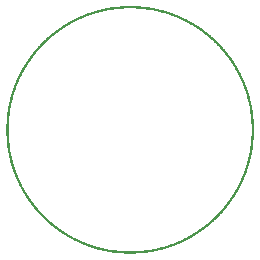
<source format=gbo>
G04 MADE WITH FRITZING*
G04 WWW.FRITZING.ORG*
G04 DOUBLE SIDED*
G04 HOLES PLATED*
G04 CONTOUR ON CENTER OF CONTOUR VECTOR*
%ASAXBY*%
%FSLAX23Y23*%
%MOIN*%
%OFA0B0*%
%SFA1.0B1.0*%
%ADD10R,0.001000X0.001000*%
%LNSILK0*%
G90*
G70*
G54D10*
X394Y826D02*
X433Y826D01*
X379Y825D02*
X448Y825D01*
X369Y824D02*
X458Y824D01*
X360Y823D02*
X467Y823D01*
X353Y822D02*
X474Y822D01*
X347Y821D02*
X480Y821D01*
X341Y820D02*
X486Y820D01*
X336Y819D02*
X491Y819D01*
X330Y818D02*
X393Y818D01*
X434Y818D02*
X497Y818D01*
X326Y817D02*
X378Y817D01*
X449Y817D02*
X501Y817D01*
X321Y816D02*
X368Y816D01*
X459Y816D02*
X506Y816D01*
X317Y815D02*
X359Y815D01*
X468Y815D02*
X510Y815D01*
X313Y814D02*
X352Y814D01*
X475Y814D02*
X514Y814D01*
X309Y813D02*
X346Y813D01*
X481Y813D02*
X518Y813D01*
X305Y812D02*
X340Y812D01*
X487Y812D02*
X522Y812D01*
X302Y811D02*
X335Y811D01*
X492Y811D02*
X525Y811D01*
X298Y810D02*
X330Y810D01*
X497Y810D02*
X529Y810D01*
X295Y809D02*
X325Y809D01*
X502Y809D02*
X532Y809D01*
X292Y808D02*
X321Y808D01*
X506Y808D02*
X535Y808D01*
X289Y807D02*
X317Y807D01*
X510Y807D02*
X538Y807D01*
X285Y806D02*
X313Y806D01*
X514Y806D02*
X542Y806D01*
X282Y805D02*
X309Y805D01*
X518Y805D02*
X545Y805D01*
X279Y804D02*
X305Y804D01*
X522Y804D02*
X548Y804D01*
X277Y803D02*
X301Y803D01*
X526Y803D02*
X550Y803D01*
X274Y802D02*
X298Y802D01*
X529Y802D02*
X553Y802D01*
X271Y801D02*
X295Y801D01*
X532Y801D02*
X556Y801D01*
X268Y800D02*
X291Y800D01*
X536Y800D02*
X559Y800D01*
X266Y799D02*
X288Y799D01*
X539Y799D02*
X561Y799D01*
X263Y798D02*
X285Y798D01*
X542Y798D02*
X564Y798D01*
X261Y797D02*
X282Y797D01*
X545Y797D02*
X566Y797D01*
X258Y796D02*
X279Y796D01*
X548Y796D02*
X569Y796D01*
X256Y795D02*
X277Y795D01*
X550Y795D02*
X571Y795D01*
X253Y794D02*
X274Y794D01*
X553Y794D02*
X574Y794D01*
X251Y793D02*
X271Y793D01*
X556Y793D02*
X576Y793D01*
X249Y792D02*
X268Y792D01*
X559Y792D02*
X578Y792D01*
X247Y791D02*
X266Y791D01*
X561Y791D02*
X580Y791D01*
X244Y790D02*
X263Y790D01*
X564Y790D02*
X583Y790D01*
X242Y789D02*
X261Y789D01*
X566Y789D02*
X585Y789D01*
X240Y788D02*
X258Y788D01*
X569Y788D02*
X587Y788D01*
X238Y787D02*
X256Y787D01*
X571Y787D02*
X589Y787D01*
X236Y786D02*
X254Y786D01*
X573Y786D02*
X591Y786D01*
X234Y785D02*
X251Y785D01*
X576Y785D02*
X593Y785D01*
X232Y784D02*
X249Y784D01*
X578Y784D02*
X595Y784D01*
X230Y783D02*
X247Y783D01*
X580Y783D02*
X597Y783D01*
X228Y782D02*
X245Y782D01*
X582Y782D02*
X599Y782D01*
X226Y781D02*
X243Y781D01*
X584Y781D02*
X601Y781D01*
X224Y780D02*
X240Y780D01*
X587Y780D02*
X603Y780D01*
X222Y779D02*
X238Y779D01*
X589Y779D02*
X605Y779D01*
X220Y778D02*
X236Y778D01*
X591Y778D02*
X607Y778D01*
X218Y777D02*
X234Y777D01*
X593Y777D02*
X609Y777D01*
X216Y776D02*
X232Y776D01*
X595Y776D02*
X611Y776D01*
X214Y775D02*
X230Y775D01*
X597Y775D02*
X613Y775D01*
X213Y774D02*
X228Y774D01*
X599Y774D02*
X614Y774D01*
X211Y773D02*
X226Y773D01*
X601Y773D02*
X616Y773D01*
X209Y772D02*
X224Y772D01*
X603Y772D02*
X618Y772D01*
X207Y771D02*
X222Y771D01*
X605Y771D02*
X620Y771D01*
X206Y770D02*
X221Y770D01*
X606Y770D02*
X621Y770D01*
X204Y769D02*
X219Y769D01*
X608Y769D02*
X623Y769D01*
X202Y768D02*
X217Y768D01*
X610Y768D02*
X625Y768D01*
X200Y767D02*
X215Y767D01*
X612Y767D02*
X627Y767D01*
X199Y766D02*
X214Y766D01*
X613Y766D02*
X628Y766D01*
X197Y765D02*
X212Y765D01*
X615Y765D02*
X630Y765D01*
X196Y764D02*
X210Y764D01*
X617Y764D02*
X631Y764D01*
X194Y763D02*
X208Y763D01*
X619Y763D02*
X633Y763D01*
X193Y762D02*
X207Y762D01*
X620Y762D02*
X634Y762D01*
X191Y761D02*
X205Y761D01*
X622Y761D02*
X636Y761D01*
X189Y760D02*
X203Y760D01*
X624Y760D02*
X638Y760D01*
X188Y759D02*
X202Y759D01*
X625Y759D02*
X639Y759D01*
X186Y758D02*
X200Y758D01*
X627Y758D02*
X641Y758D01*
X185Y757D02*
X198Y757D01*
X629Y757D02*
X642Y757D01*
X183Y756D02*
X197Y756D01*
X630Y756D02*
X644Y756D01*
X182Y755D02*
X195Y755D01*
X632Y755D02*
X645Y755D01*
X180Y754D02*
X194Y754D01*
X633Y754D02*
X647Y754D01*
X179Y753D02*
X192Y753D01*
X635Y753D02*
X648Y753D01*
X178Y752D02*
X191Y752D01*
X636Y752D02*
X649Y752D01*
X176Y751D02*
X189Y751D01*
X638Y751D02*
X651Y751D01*
X175Y750D02*
X188Y750D01*
X639Y750D02*
X652Y750D01*
X173Y749D02*
X186Y749D01*
X641Y749D02*
X654Y749D01*
X172Y748D02*
X185Y748D01*
X642Y748D02*
X655Y748D01*
X171Y747D02*
X183Y747D01*
X644Y747D02*
X656Y747D01*
X169Y746D02*
X182Y746D01*
X645Y746D02*
X658Y746D01*
X168Y745D02*
X180Y745D01*
X647Y745D02*
X659Y745D01*
X166Y744D02*
X179Y744D01*
X648Y744D02*
X661Y744D01*
X165Y743D02*
X178Y743D01*
X649Y743D02*
X662Y743D01*
X164Y742D02*
X176Y742D01*
X651Y742D02*
X663Y742D01*
X163Y741D02*
X175Y741D01*
X652Y741D02*
X664Y741D01*
X161Y740D02*
X173Y740D01*
X654Y740D02*
X666Y740D01*
X160Y739D02*
X172Y739D01*
X655Y739D02*
X667Y739D01*
X159Y738D02*
X171Y738D01*
X656Y738D02*
X668Y738D01*
X157Y737D02*
X169Y737D01*
X658Y737D02*
X670Y737D01*
X156Y736D02*
X168Y736D01*
X659Y736D02*
X671Y736D01*
X155Y735D02*
X167Y735D01*
X660Y735D02*
X672Y735D01*
X154Y734D02*
X165Y734D01*
X662Y734D02*
X673Y734D01*
X152Y733D02*
X164Y733D01*
X663Y733D02*
X675Y733D01*
X151Y732D02*
X163Y732D01*
X664Y732D02*
X676Y732D01*
X150Y731D02*
X162Y731D01*
X665Y731D02*
X677Y731D01*
X149Y730D02*
X160Y730D01*
X667Y730D02*
X678Y730D01*
X148Y729D02*
X159Y729D01*
X668Y729D02*
X679Y729D01*
X146Y728D02*
X158Y728D01*
X669Y728D02*
X681Y728D01*
X145Y727D02*
X157Y727D01*
X670Y727D02*
X682Y727D01*
X144Y726D02*
X155Y726D01*
X672Y726D02*
X683Y726D01*
X143Y725D02*
X154Y725D01*
X673Y725D02*
X684Y725D01*
X142Y724D02*
X153Y724D01*
X674Y724D02*
X685Y724D01*
X141Y723D02*
X152Y723D01*
X675Y723D02*
X686Y723D01*
X140Y722D02*
X151Y722D01*
X676Y722D02*
X687Y722D01*
X138Y721D02*
X150Y721D01*
X677Y721D02*
X689Y721D01*
X137Y720D02*
X148Y720D01*
X679Y720D02*
X690Y720D01*
X136Y719D02*
X147Y719D01*
X680Y719D02*
X691Y719D01*
X135Y718D02*
X146Y718D01*
X681Y718D02*
X692Y718D01*
X134Y717D02*
X145Y717D01*
X682Y717D02*
X693Y717D01*
X133Y716D02*
X144Y716D01*
X683Y716D02*
X694Y716D01*
X132Y715D02*
X143Y715D01*
X684Y715D02*
X695Y715D01*
X131Y714D02*
X141Y714D01*
X686Y714D02*
X696Y714D01*
X130Y713D02*
X140Y713D01*
X687Y713D02*
X697Y713D01*
X129Y712D02*
X139Y712D01*
X688Y712D02*
X698Y712D01*
X128Y711D02*
X138Y711D01*
X689Y711D02*
X699Y711D01*
X127Y710D02*
X137Y710D01*
X690Y710D02*
X700Y710D01*
X126Y709D02*
X136Y709D01*
X691Y709D02*
X701Y709D01*
X125Y708D02*
X135Y708D01*
X692Y708D02*
X702Y708D01*
X124Y707D02*
X134Y707D01*
X693Y707D02*
X703Y707D01*
X122Y706D02*
X133Y706D01*
X694Y706D02*
X705Y706D01*
X121Y705D02*
X132Y705D01*
X695Y705D02*
X706Y705D01*
X121Y704D02*
X131Y704D01*
X696Y704D02*
X706Y704D01*
X120Y703D02*
X130Y703D01*
X697Y703D02*
X707Y703D01*
X119Y702D02*
X129Y702D01*
X698Y702D02*
X708Y702D01*
X118Y701D02*
X128Y701D01*
X699Y701D02*
X709Y701D01*
X117Y700D02*
X127Y700D01*
X700Y700D02*
X710Y700D01*
X116Y699D02*
X126Y699D01*
X701Y699D02*
X711Y699D01*
X115Y698D02*
X125Y698D01*
X702Y698D02*
X712Y698D01*
X114Y697D02*
X124Y697D01*
X703Y697D02*
X713Y697D01*
X113Y696D02*
X123Y696D01*
X704Y696D02*
X714Y696D01*
X112Y695D02*
X122Y695D01*
X705Y695D02*
X715Y695D01*
X111Y694D02*
X121Y694D01*
X706Y694D02*
X716Y694D01*
X110Y693D02*
X120Y693D01*
X707Y693D02*
X717Y693D01*
X109Y692D02*
X119Y692D01*
X708Y692D02*
X718Y692D01*
X108Y691D02*
X118Y691D01*
X709Y691D02*
X719Y691D01*
X107Y690D02*
X117Y690D01*
X710Y690D02*
X720Y690D01*
X106Y689D02*
X116Y689D01*
X711Y689D02*
X721Y689D01*
X106Y688D02*
X115Y688D01*
X712Y688D02*
X721Y688D01*
X105Y687D02*
X114Y687D01*
X713Y687D02*
X722Y687D01*
X104Y686D02*
X113Y686D01*
X714Y686D02*
X723Y686D01*
X103Y685D02*
X112Y685D01*
X715Y685D02*
X724Y685D01*
X102Y684D02*
X112Y684D01*
X715Y684D02*
X725Y684D01*
X101Y683D02*
X111Y683D01*
X716Y683D02*
X726Y683D01*
X100Y682D02*
X110Y682D01*
X717Y682D02*
X727Y682D01*
X99Y681D02*
X109Y681D01*
X718Y681D02*
X728Y681D01*
X99Y680D02*
X108Y680D01*
X719Y680D02*
X728Y680D01*
X98Y679D02*
X107Y679D01*
X720Y679D02*
X729Y679D01*
X97Y678D02*
X106Y678D01*
X721Y678D02*
X730Y678D01*
X96Y677D02*
X106Y677D01*
X721Y677D02*
X731Y677D01*
X95Y676D02*
X105Y676D01*
X722Y676D02*
X732Y676D01*
X94Y675D02*
X104Y675D01*
X723Y675D02*
X733Y675D01*
X94Y674D02*
X103Y674D01*
X724Y674D02*
X733Y674D01*
X93Y673D02*
X102Y673D01*
X725Y673D02*
X734Y673D01*
X92Y672D02*
X101Y672D01*
X726Y672D02*
X735Y672D01*
X91Y671D02*
X100Y671D01*
X727Y671D02*
X736Y671D01*
X90Y670D02*
X100Y670D01*
X727Y670D02*
X737Y670D01*
X90Y669D02*
X99Y669D01*
X728Y669D02*
X737Y669D01*
X89Y668D02*
X98Y668D01*
X729Y668D02*
X738Y668D01*
X88Y667D02*
X97Y667D01*
X730Y667D02*
X739Y667D01*
X87Y666D02*
X96Y666D01*
X731Y666D02*
X740Y666D01*
X87Y665D02*
X96Y665D01*
X731Y665D02*
X740Y665D01*
X86Y664D02*
X95Y664D01*
X732Y664D02*
X741Y664D01*
X85Y663D02*
X94Y663D01*
X733Y663D02*
X742Y663D01*
X84Y662D02*
X93Y662D01*
X734Y662D02*
X743Y662D01*
X83Y661D02*
X92Y661D01*
X735Y661D02*
X744Y661D01*
X83Y660D02*
X92Y660D01*
X735Y660D02*
X744Y660D01*
X82Y659D02*
X91Y659D01*
X736Y659D02*
X745Y659D01*
X81Y658D02*
X90Y658D01*
X737Y658D02*
X746Y658D01*
X81Y657D02*
X89Y657D01*
X738Y657D02*
X746Y657D01*
X80Y656D02*
X89Y656D01*
X738Y656D02*
X747Y656D01*
X79Y655D02*
X88Y655D01*
X739Y655D02*
X748Y655D01*
X78Y654D02*
X87Y654D01*
X740Y654D02*
X749Y654D01*
X78Y653D02*
X86Y653D01*
X741Y653D02*
X749Y653D01*
X77Y652D02*
X86Y652D01*
X741Y652D02*
X750Y652D01*
X76Y651D02*
X85Y651D01*
X742Y651D02*
X751Y651D01*
X76Y650D02*
X84Y650D01*
X743Y650D02*
X751Y650D01*
X75Y649D02*
X84Y649D01*
X743Y649D02*
X752Y649D01*
X74Y648D02*
X83Y648D01*
X744Y648D02*
X753Y648D01*
X73Y647D02*
X82Y647D01*
X745Y647D02*
X754Y647D01*
X73Y646D02*
X81Y646D01*
X746Y646D02*
X754Y646D01*
X72Y645D02*
X81Y645D01*
X746Y645D02*
X755Y645D01*
X71Y644D02*
X80Y644D01*
X747Y644D02*
X756Y644D01*
X71Y643D02*
X79Y643D01*
X748Y643D02*
X756Y643D01*
X70Y642D02*
X79Y642D01*
X748Y642D02*
X757Y642D01*
X69Y641D02*
X78Y641D01*
X749Y641D02*
X758Y641D01*
X69Y640D02*
X77Y640D01*
X750Y640D02*
X758Y640D01*
X68Y639D02*
X77Y639D01*
X750Y639D02*
X759Y639D01*
X67Y638D02*
X76Y638D01*
X751Y638D02*
X760Y638D01*
X67Y637D02*
X75Y637D01*
X752Y637D02*
X760Y637D01*
X66Y636D02*
X75Y636D01*
X752Y636D02*
X761Y636D01*
X66Y635D02*
X74Y635D01*
X753Y635D02*
X761Y635D01*
X65Y634D02*
X73Y634D01*
X754Y634D02*
X762Y634D01*
X64Y633D02*
X73Y633D01*
X754Y633D02*
X763Y633D01*
X64Y632D02*
X72Y632D01*
X755Y632D02*
X763Y632D01*
X63Y631D02*
X71Y631D01*
X756Y631D02*
X764Y631D01*
X62Y630D02*
X71Y630D01*
X756Y630D02*
X765Y630D01*
X62Y629D02*
X70Y629D01*
X757Y629D02*
X765Y629D01*
X61Y628D02*
X69Y628D01*
X758Y628D02*
X766Y628D01*
X60Y627D02*
X69Y627D01*
X758Y627D02*
X767Y627D01*
X60Y626D02*
X68Y626D01*
X759Y626D02*
X767Y626D01*
X59Y625D02*
X68Y625D01*
X759Y625D02*
X768Y625D01*
X59Y624D02*
X67Y624D01*
X760Y624D02*
X768Y624D01*
X58Y623D02*
X66Y623D01*
X761Y623D02*
X769Y623D01*
X58Y622D02*
X66Y622D01*
X761Y622D02*
X769Y622D01*
X57Y621D02*
X65Y621D01*
X762Y621D02*
X770Y621D01*
X56Y620D02*
X65Y620D01*
X762Y620D02*
X771Y620D01*
X56Y619D02*
X64Y619D01*
X763Y619D02*
X771Y619D01*
X55Y618D02*
X63Y618D01*
X764Y618D02*
X772Y618D01*
X55Y617D02*
X63Y617D01*
X764Y617D02*
X772Y617D01*
X54Y616D02*
X62Y616D01*
X765Y616D02*
X773Y616D01*
X54Y615D02*
X62Y615D01*
X765Y615D02*
X773Y615D01*
X53Y614D02*
X61Y614D01*
X766Y614D02*
X774Y614D01*
X52Y613D02*
X61Y613D01*
X766Y613D02*
X775Y613D01*
X52Y612D02*
X60Y612D01*
X767Y612D02*
X775Y612D01*
X51Y611D02*
X59Y611D01*
X768Y611D02*
X776Y611D01*
X51Y610D02*
X59Y610D01*
X768Y610D02*
X776Y610D01*
X50Y609D02*
X58Y609D01*
X769Y609D02*
X777Y609D01*
X50Y608D02*
X58Y608D01*
X769Y608D02*
X777Y608D01*
X49Y607D02*
X57Y607D01*
X770Y607D02*
X778Y607D01*
X49Y606D02*
X57Y606D01*
X770Y606D02*
X778Y606D01*
X48Y605D02*
X56Y605D01*
X771Y605D02*
X779Y605D01*
X48Y604D02*
X55Y604D01*
X772Y604D02*
X779Y604D01*
X47Y603D02*
X55Y603D01*
X772Y603D02*
X780Y603D01*
X47Y602D02*
X54Y602D01*
X773Y602D02*
X780Y602D01*
X46Y601D02*
X54Y601D01*
X773Y601D02*
X781Y601D01*
X46Y600D02*
X53Y600D01*
X774Y600D02*
X781Y600D01*
X45Y599D02*
X53Y599D01*
X774Y599D02*
X782Y599D01*
X45Y598D02*
X52Y598D01*
X775Y598D02*
X782Y598D01*
X44Y597D02*
X52Y597D01*
X775Y597D02*
X783Y597D01*
X44Y596D02*
X51Y596D01*
X776Y596D02*
X783Y596D01*
X43Y595D02*
X51Y595D01*
X776Y595D02*
X784Y595D01*
X43Y594D02*
X50Y594D01*
X777Y594D02*
X784Y594D01*
X42Y593D02*
X50Y593D01*
X777Y593D02*
X785Y593D01*
X42Y592D02*
X49Y592D01*
X778Y592D02*
X785Y592D01*
X41Y591D02*
X49Y591D01*
X778Y591D02*
X786Y591D01*
X41Y590D02*
X48Y590D01*
X779Y590D02*
X786Y590D01*
X40Y589D02*
X48Y589D01*
X779Y589D02*
X787Y589D01*
X40Y588D02*
X47Y588D01*
X780Y588D02*
X787Y588D01*
X39Y587D02*
X47Y587D01*
X780Y587D02*
X788Y587D01*
X39Y586D02*
X46Y586D01*
X781Y586D02*
X788Y586D01*
X38Y585D02*
X46Y585D01*
X781Y585D02*
X789Y585D01*
X38Y584D02*
X46Y584D01*
X781Y584D02*
X789Y584D01*
X37Y583D02*
X45Y583D01*
X782Y583D02*
X790Y583D01*
X37Y582D02*
X45Y582D01*
X782Y582D02*
X790Y582D01*
X37Y581D02*
X44Y581D01*
X783Y581D02*
X790Y581D01*
X36Y580D02*
X44Y580D01*
X783Y580D02*
X791Y580D01*
X36Y579D02*
X43Y579D01*
X784Y579D02*
X791Y579D01*
X35Y578D02*
X43Y578D01*
X784Y578D02*
X792Y578D01*
X35Y577D02*
X42Y577D01*
X785Y577D02*
X792Y577D01*
X34Y576D02*
X42Y576D01*
X785Y576D02*
X793Y576D01*
X34Y575D02*
X41Y575D01*
X786Y575D02*
X793Y575D01*
X33Y574D02*
X41Y574D01*
X786Y574D02*
X794Y574D01*
X33Y573D02*
X41Y573D01*
X786Y573D02*
X794Y573D01*
X33Y572D02*
X40Y572D01*
X787Y572D02*
X794Y572D01*
X32Y571D02*
X40Y571D01*
X787Y571D02*
X795Y571D01*
X32Y570D02*
X39Y570D01*
X788Y570D02*
X795Y570D01*
X31Y569D02*
X39Y569D01*
X788Y569D02*
X796Y569D01*
X31Y568D02*
X38Y568D01*
X789Y568D02*
X796Y568D01*
X31Y567D02*
X38Y567D01*
X789Y567D02*
X796Y567D01*
X30Y566D02*
X38Y566D01*
X789Y566D02*
X797Y566D01*
X30Y565D02*
X37Y565D01*
X790Y565D02*
X797Y565D01*
X29Y564D02*
X37Y564D01*
X790Y564D02*
X798Y564D01*
X29Y563D02*
X36Y563D01*
X791Y563D02*
X798Y563D01*
X29Y562D02*
X36Y562D01*
X791Y562D02*
X798Y562D01*
X28Y561D02*
X36Y561D01*
X791Y561D02*
X799Y561D01*
X28Y560D02*
X35Y560D01*
X792Y560D02*
X799Y560D01*
X27Y559D02*
X35Y559D01*
X792Y559D02*
X800Y559D01*
X27Y558D02*
X34Y558D01*
X793Y558D02*
X800Y558D01*
X27Y557D02*
X34Y557D01*
X793Y557D02*
X800Y557D01*
X26Y556D02*
X34Y556D01*
X793Y556D02*
X801Y556D01*
X26Y555D02*
X33Y555D01*
X794Y555D02*
X801Y555D01*
X26Y554D02*
X33Y554D01*
X794Y554D02*
X801Y554D01*
X25Y553D02*
X33Y553D01*
X794Y553D02*
X802Y553D01*
X25Y552D02*
X32Y552D01*
X795Y552D02*
X802Y552D01*
X25Y551D02*
X32Y551D01*
X795Y551D02*
X802Y551D01*
X24Y550D02*
X32Y550D01*
X795Y550D02*
X803Y550D01*
X24Y549D02*
X31Y549D01*
X796Y549D02*
X803Y549D01*
X23Y548D02*
X31Y548D01*
X796Y548D02*
X803Y548D01*
X23Y547D02*
X30Y547D01*
X797Y547D02*
X804Y547D01*
X23Y546D02*
X30Y546D01*
X797Y546D02*
X804Y546D01*
X22Y545D02*
X30Y545D01*
X797Y545D02*
X805Y545D01*
X22Y544D02*
X29Y544D01*
X798Y544D02*
X805Y544D01*
X22Y543D02*
X29Y543D01*
X798Y543D02*
X805Y543D01*
X21Y542D02*
X29Y542D01*
X798Y542D02*
X806Y542D01*
X21Y541D02*
X28Y541D01*
X799Y541D02*
X806Y541D01*
X21Y540D02*
X28Y540D01*
X799Y540D02*
X806Y540D01*
X21Y539D02*
X28Y539D01*
X799Y539D02*
X806Y539D01*
X20Y538D02*
X27Y538D01*
X800Y538D02*
X807Y538D01*
X20Y537D02*
X27Y537D01*
X800Y537D02*
X807Y537D01*
X20Y536D02*
X27Y536D01*
X800Y536D02*
X807Y536D01*
X19Y535D02*
X26Y535D01*
X801Y535D02*
X808Y535D01*
X19Y534D02*
X26Y534D01*
X801Y534D02*
X808Y534D01*
X19Y533D02*
X26Y533D01*
X801Y533D02*
X808Y533D01*
X18Y532D02*
X26Y532D01*
X801Y532D02*
X809Y532D01*
X18Y531D02*
X25Y531D01*
X802Y531D02*
X809Y531D01*
X18Y530D02*
X25Y530D01*
X802Y530D02*
X809Y530D01*
X17Y529D02*
X25Y529D01*
X802Y529D02*
X810Y529D01*
X17Y528D02*
X24Y528D01*
X803Y528D02*
X810Y528D01*
X17Y527D02*
X24Y527D01*
X803Y527D02*
X810Y527D01*
X17Y526D02*
X24Y526D01*
X803Y526D02*
X810Y526D01*
X16Y525D02*
X23Y525D01*
X804Y525D02*
X811Y525D01*
X16Y524D02*
X23Y524D01*
X804Y524D02*
X811Y524D01*
X16Y523D02*
X23Y523D01*
X804Y523D02*
X811Y523D01*
X15Y522D02*
X23Y522D01*
X804Y522D02*
X812Y522D01*
X15Y521D02*
X22Y521D01*
X805Y521D02*
X812Y521D01*
X15Y520D02*
X22Y520D01*
X805Y520D02*
X812Y520D01*
X15Y519D02*
X22Y519D01*
X805Y519D02*
X812Y519D01*
X14Y518D02*
X22Y518D01*
X805Y518D02*
X813Y518D01*
X14Y517D02*
X21Y517D01*
X806Y517D02*
X813Y517D01*
X14Y516D02*
X21Y516D01*
X806Y516D02*
X813Y516D01*
X14Y515D02*
X21Y515D01*
X806Y515D02*
X813Y515D01*
X13Y514D02*
X21Y514D01*
X806Y514D02*
X814Y514D01*
X13Y513D02*
X20Y513D01*
X807Y513D02*
X814Y513D01*
X13Y512D02*
X20Y512D01*
X807Y512D02*
X814Y512D01*
X13Y511D02*
X20Y511D01*
X807Y511D02*
X814Y511D01*
X12Y510D02*
X20Y510D01*
X807Y510D02*
X815Y510D01*
X12Y509D02*
X19Y509D01*
X808Y509D02*
X815Y509D01*
X12Y508D02*
X19Y508D01*
X808Y508D02*
X815Y508D01*
X12Y507D02*
X19Y507D01*
X808Y507D02*
X815Y507D01*
X11Y506D02*
X19Y506D01*
X808Y506D02*
X816Y506D01*
X11Y505D02*
X18Y505D01*
X809Y505D02*
X816Y505D01*
X11Y504D02*
X18Y504D01*
X809Y504D02*
X816Y504D01*
X11Y503D02*
X18Y503D01*
X809Y503D02*
X816Y503D01*
X11Y502D02*
X18Y502D01*
X809Y502D02*
X816Y502D01*
X10Y501D02*
X17Y501D01*
X810Y501D02*
X817Y501D01*
X10Y500D02*
X17Y500D01*
X810Y500D02*
X817Y500D01*
X10Y499D02*
X17Y499D01*
X810Y499D02*
X817Y499D01*
X10Y498D02*
X17Y498D01*
X810Y498D02*
X817Y498D01*
X9Y497D02*
X17Y497D01*
X810Y497D02*
X818Y497D01*
X9Y496D02*
X16Y496D01*
X811Y496D02*
X818Y496D01*
X9Y495D02*
X16Y495D01*
X811Y495D02*
X818Y495D01*
X9Y494D02*
X16Y494D01*
X811Y494D02*
X818Y494D01*
X9Y493D02*
X16Y493D01*
X811Y493D02*
X818Y493D01*
X9Y492D02*
X16Y492D01*
X811Y492D02*
X818Y492D01*
X8Y491D02*
X15Y491D01*
X812Y491D02*
X819Y491D01*
X8Y490D02*
X15Y490D01*
X812Y490D02*
X819Y490D01*
X8Y489D02*
X15Y489D01*
X812Y489D02*
X819Y489D01*
X8Y488D02*
X15Y488D01*
X812Y488D02*
X819Y488D01*
X8Y487D02*
X15Y487D01*
X812Y487D02*
X819Y487D01*
X7Y486D02*
X14Y486D01*
X813Y486D02*
X820Y486D01*
X7Y485D02*
X14Y485D01*
X813Y485D02*
X820Y485D01*
X7Y484D02*
X14Y484D01*
X813Y484D02*
X820Y484D01*
X7Y483D02*
X14Y483D01*
X813Y483D02*
X820Y483D01*
X7Y482D02*
X14Y482D01*
X813Y482D02*
X820Y482D01*
X7Y481D02*
X14Y481D01*
X813Y481D02*
X820Y481D01*
X6Y480D02*
X13Y480D01*
X814Y480D02*
X821Y480D01*
X6Y479D02*
X13Y479D01*
X814Y479D02*
X821Y479D01*
X6Y478D02*
X13Y478D01*
X814Y478D02*
X821Y478D01*
X6Y477D02*
X13Y477D01*
X814Y477D02*
X821Y477D01*
X6Y476D02*
X13Y476D01*
X814Y476D02*
X821Y476D01*
X6Y475D02*
X13Y475D01*
X814Y475D02*
X821Y475D01*
X5Y474D02*
X12Y474D01*
X815Y474D02*
X822Y474D01*
X5Y473D02*
X12Y473D01*
X815Y473D02*
X822Y473D01*
X5Y472D02*
X12Y472D01*
X815Y472D02*
X822Y472D01*
X5Y471D02*
X12Y471D01*
X815Y471D02*
X822Y471D01*
X5Y470D02*
X12Y470D01*
X815Y470D02*
X822Y470D01*
X5Y469D02*
X12Y469D01*
X815Y469D02*
X822Y469D01*
X5Y468D02*
X12Y468D01*
X815Y468D02*
X822Y468D01*
X4Y467D02*
X11Y467D01*
X816Y467D02*
X823Y467D01*
X4Y466D02*
X11Y466D01*
X816Y466D02*
X823Y466D01*
X4Y465D02*
X11Y465D01*
X816Y465D02*
X823Y465D01*
X4Y464D02*
X11Y464D01*
X816Y464D02*
X823Y464D01*
X4Y463D02*
X11Y463D01*
X816Y463D02*
X823Y463D01*
X4Y462D02*
X11Y462D01*
X816Y462D02*
X823Y462D01*
X4Y461D02*
X11Y461D01*
X816Y461D02*
X823Y461D01*
X4Y460D02*
X11Y460D01*
X816Y460D02*
X823Y460D01*
X4Y459D02*
X11Y459D01*
X816Y459D02*
X823Y459D01*
X3Y458D02*
X10Y458D01*
X817Y458D02*
X824Y458D01*
X3Y457D02*
X10Y457D01*
X817Y457D02*
X824Y457D01*
X3Y456D02*
X10Y456D01*
X817Y456D02*
X824Y456D01*
X3Y455D02*
X10Y455D01*
X817Y455D02*
X824Y455D01*
X3Y454D02*
X10Y454D01*
X817Y454D02*
X824Y454D01*
X3Y453D02*
X10Y453D01*
X817Y453D02*
X824Y453D01*
X3Y452D02*
X10Y452D01*
X817Y452D02*
X824Y452D01*
X3Y451D02*
X10Y451D01*
X817Y451D02*
X824Y451D01*
X3Y450D02*
X10Y450D01*
X817Y450D02*
X824Y450D01*
X3Y449D02*
X10Y449D01*
X817Y449D02*
X824Y449D01*
X2Y448D02*
X9Y448D01*
X818Y448D02*
X825Y448D01*
X2Y447D02*
X9Y447D01*
X818Y447D02*
X825Y447D01*
X2Y446D02*
X9Y446D01*
X818Y446D02*
X825Y446D01*
X2Y445D02*
X9Y445D01*
X818Y445D02*
X825Y445D01*
X2Y444D02*
X9Y444D01*
X818Y444D02*
X825Y444D01*
X2Y443D02*
X9Y443D01*
X818Y443D02*
X825Y443D01*
X2Y442D02*
X9Y442D01*
X818Y442D02*
X825Y442D01*
X2Y441D02*
X9Y441D01*
X818Y441D02*
X825Y441D01*
X2Y440D02*
X9Y440D01*
X818Y440D02*
X825Y440D01*
X2Y439D02*
X9Y439D01*
X818Y439D02*
X825Y439D01*
X2Y438D02*
X9Y438D01*
X818Y438D02*
X825Y438D01*
X2Y437D02*
X9Y437D01*
X818Y437D02*
X825Y437D01*
X2Y436D02*
X9Y436D01*
X818Y436D02*
X825Y436D01*
X2Y435D02*
X9Y435D01*
X818Y435D02*
X825Y435D01*
X2Y434D02*
X9Y434D01*
X818Y434D02*
X825Y434D01*
X1Y433D02*
X8Y433D01*
X819Y433D02*
X826Y433D01*
X1Y432D02*
X8Y432D01*
X819Y432D02*
X826Y432D01*
X1Y431D02*
X8Y431D01*
X819Y431D02*
X826Y431D01*
X1Y430D02*
X8Y430D01*
X819Y430D02*
X826Y430D01*
X1Y429D02*
X8Y429D01*
X819Y429D02*
X826Y429D01*
X1Y428D02*
X8Y428D01*
X819Y428D02*
X826Y428D01*
X1Y427D02*
X8Y427D01*
X819Y427D02*
X826Y427D01*
X1Y426D02*
X8Y426D01*
X819Y426D02*
X826Y426D01*
X1Y425D02*
X8Y425D01*
X819Y425D02*
X826Y425D01*
X1Y424D02*
X8Y424D01*
X819Y424D02*
X826Y424D01*
X1Y423D02*
X8Y423D01*
X819Y423D02*
X826Y423D01*
X1Y422D02*
X8Y422D01*
X819Y422D02*
X826Y422D01*
X1Y421D02*
X8Y421D01*
X819Y421D02*
X826Y421D01*
X1Y420D02*
X8Y420D01*
X819Y420D02*
X826Y420D01*
X1Y419D02*
X8Y419D01*
X819Y419D02*
X826Y419D01*
X1Y418D02*
X8Y418D01*
X819Y418D02*
X826Y418D01*
X1Y417D02*
X8Y417D01*
X819Y417D02*
X826Y417D01*
X1Y416D02*
X8Y416D01*
X819Y416D02*
X826Y416D01*
X1Y415D02*
X8Y415D01*
X819Y415D02*
X826Y415D01*
X1Y414D02*
X8Y414D01*
X819Y414D02*
X826Y414D01*
X1Y413D02*
X8Y413D01*
X819Y413D02*
X826Y413D01*
X1Y412D02*
X8Y412D01*
X819Y412D02*
X826Y412D01*
X1Y411D02*
X8Y411D01*
X819Y411D02*
X826Y411D01*
X1Y410D02*
X8Y410D01*
X819Y410D02*
X826Y410D01*
X1Y409D02*
X8Y409D01*
X819Y409D02*
X826Y409D01*
X1Y408D02*
X8Y408D01*
X819Y408D02*
X826Y408D01*
X1Y407D02*
X8Y407D01*
X819Y407D02*
X826Y407D01*
X1Y406D02*
X8Y406D01*
X819Y406D02*
X826Y406D01*
X1Y405D02*
X8Y405D01*
X819Y405D02*
X826Y405D01*
X1Y404D02*
X8Y404D01*
X819Y404D02*
X826Y404D01*
X1Y403D02*
X8Y403D01*
X819Y403D02*
X826Y403D01*
X1Y402D02*
X8Y402D01*
X819Y402D02*
X826Y402D01*
X1Y401D02*
X8Y401D01*
X819Y401D02*
X826Y401D01*
X1Y400D02*
X8Y400D01*
X819Y400D02*
X826Y400D01*
X1Y399D02*
X8Y399D01*
X819Y399D02*
X826Y399D01*
X1Y398D02*
X8Y398D01*
X819Y398D02*
X826Y398D01*
X1Y397D02*
X8Y397D01*
X819Y397D02*
X826Y397D01*
X1Y396D02*
X8Y396D01*
X819Y396D02*
X826Y396D01*
X1Y395D02*
X8Y395D01*
X819Y395D02*
X826Y395D01*
X1Y394D02*
X8Y394D01*
X819Y394D02*
X826Y394D01*
X2Y393D02*
X9Y393D01*
X818Y393D02*
X825Y393D01*
X2Y392D02*
X9Y392D01*
X818Y392D02*
X825Y392D01*
X2Y391D02*
X9Y391D01*
X818Y391D02*
X825Y391D01*
X2Y390D02*
X9Y390D01*
X818Y390D02*
X825Y390D01*
X2Y389D02*
X9Y389D01*
X818Y389D02*
X825Y389D01*
X2Y388D02*
X9Y388D01*
X818Y388D02*
X825Y388D01*
X2Y387D02*
X9Y387D01*
X818Y387D02*
X825Y387D01*
X2Y386D02*
X9Y386D01*
X818Y386D02*
X825Y386D01*
X2Y385D02*
X9Y385D01*
X818Y385D02*
X825Y385D01*
X2Y384D02*
X9Y384D01*
X818Y384D02*
X825Y384D01*
X2Y383D02*
X9Y383D01*
X818Y383D02*
X825Y383D01*
X2Y382D02*
X9Y382D01*
X818Y382D02*
X825Y382D01*
X2Y381D02*
X9Y381D01*
X818Y381D02*
X825Y381D01*
X2Y380D02*
X9Y380D01*
X818Y380D02*
X825Y380D01*
X2Y379D02*
X9Y379D01*
X818Y379D02*
X825Y379D01*
X3Y378D02*
X10Y378D01*
X817Y378D02*
X824Y378D01*
X3Y377D02*
X10Y377D01*
X817Y377D02*
X824Y377D01*
X3Y376D02*
X10Y376D01*
X817Y376D02*
X824Y376D01*
X3Y375D02*
X10Y375D01*
X817Y375D02*
X824Y375D01*
X3Y374D02*
X10Y374D01*
X817Y374D02*
X824Y374D01*
X3Y373D02*
X10Y373D01*
X817Y373D02*
X824Y373D01*
X3Y372D02*
X10Y372D01*
X817Y372D02*
X824Y372D01*
X3Y371D02*
X10Y371D01*
X817Y371D02*
X824Y371D01*
X3Y370D02*
X10Y370D01*
X817Y370D02*
X824Y370D01*
X3Y369D02*
X10Y369D01*
X817Y369D02*
X824Y369D01*
X4Y368D02*
X11Y368D01*
X816Y368D02*
X823Y368D01*
X4Y367D02*
X11Y367D01*
X816Y367D02*
X823Y367D01*
X4Y366D02*
X11Y366D01*
X816Y366D02*
X823Y366D01*
X4Y365D02*
X11Y365D01*
X816Y365D02*
X823Y365D01*
X4Y364D02*
X11Y364D01*
X816Y364D02*
X823Y364D01*
X4Y363D02*
X11Y363D01*
X816Y363D02*
X823Y363D01*
X4Y362D02*
X11Y362D01*
X816Y362D02*
X823Y362D01*
X4Y361D02*
X11Y361D01*
X816Y361D02*
X823Y361D01*
X4Y360D02*
X11Y360D01*
X816Y360D02*
X823Y360D01*
X5Y359D02*
X12Y359D01*
X815Y359D02*
X822Y359D01*
X5Y358D02*
X12Y358D01*
X815Y358D02*
X822Y358D01*
X5Y357D02*
X12Y357D01*
X815Y357D02*
X822Y357D01*
X5Y356D02*
X12Y356D01*
X815Y356D02*
X822Y356D01*
X5Y355D02*
X12Y355D01*
X815Y355D02*
X822Y355D01*
X5Y354D02*
X12Y354D01*
X815Y354D02*
X822Y354D01*
X5Y353D02*
X12Y353D01*
X815Y353D02*
X822Y353D01*
X6Y352D02*
X13Y352D01*
X814Y352D02*
X821Y352D01*
X6Y351D02*
X13Y351D01*
X814Y351D02*
X821Y351D01*
X6Y350D02*
X13Y350D01*
X814Y350D02*
X821Y350D01*
X6Y349D02*
X13Y349D01*
X814Y349D02*
X821Y349D01*
X6Y348D02*
X13Y348D01*
X814Y348D02*
X821Y348D01*
X6Y347D02*
X13Y347D01*
X814Y347D02*
X821Y347D01*
X7Y346D02*
X14Y346D01*
X813Y346D02*
X820Y346D01*
X7Y345D02*
X14Y345D01*
X813Y345D02*
X820Y345D01*
X7Y344D02*
X14Y344D01*
X813Y344D02*
X820Y344D01*
X7Y343D02*
X14Y343D01*
X813Y343D02*
X820Y343D01*
X7Y342D02*
X14Y342D01*
X813Y342D02*
X820Y342D01*
X7Y341D02*
X14Y341D01*
X813Y341D02*
X820Y341D01*
X8Y340D02*
X15Y340D01*
X812Y340D02*
X819Y340D01*
X8Y339D02*
X15Y339D01*
X812Y339D02*
X819Y339D01*
X8Y338D02*
X15Y338D01*
X812Y338D02*
X819Y338D01*
X8Y337D02*
X15Y337D01*
X812Y337D02*
X819Y337D01*
X8Y336D02*
X15Y336D01*
X812Y336D02*
X819Y336D01*
X9Y335D02*
X16Y335D01*
X811Y335D02*
X818Y335D01*
X9Y334D02*
X16Y334D01*
X811Y334D02*
X818Y334D01*
X9Y333D02*
X16Y333D01*
X811Y333D02*
X818Y333D01*
X9Y332D02*
X16Y332D01*
X811Y332D02*
X818Y332D01*
X9Y331D02*
X16Y331D01*
X811Y331D02*
X818Y331D01*
X9Y330D02*
X17Y330D01*
X810Y330D02*
X818Y330D01*
X10Y329D02*
X17Y329D01*
X810Y329D02*
X817Y329D01*
X10Y328D02*
X17Y328D01*
X810Y328D02*
X817Y328D01*
X10Y327D02*
X17Y327D01*
X810Y327D02*
X817Y327D01*
X10Y326D02*
X17Y326D01*
X810Y326D02*
X817Y326D01*
X11Y325D02*
X18Y325D01*
X809Y325D02*
X816Y325D01*
X11Y324D02*
X18Y324D01*
X809Y324D02*
X816Y324D01*
X11Y323D02*
X18Y323D01*
X809Y323D02*
X816Y323D01*
X11Y322D02*
X18Y322D01*
X809Y322D02*
X816Y322D01*
X11Y321D02*
X19Y321D01*
X808Y321D02*
X816Y321D01*
X12Y320D02*
X19Y320D01*
X808Y320D02*
X815Y320D01*
X12Y319D02*
X19Y319D01*
X808Y319D02*
X815Y319D01*
X12Y318D02*
X19Y318D01*
X808Y318D02*
X815Y318D01*
X12Y317D02*
X20Y317D01*
X807Y317D02*
X815Y317D01*
X13Y316D02*
X20Y316D01*
X807Y316D02*
X814Y316D01*
X13Y315D02*
X20Y315D01*
X807Y315D02*
X814Y315D01*
X13Y314D02*
X20Y314D01*
X807Y314D02*
X814Y314D01*
X13Y313D02*
X21Y313D01*
X806Y313D02*
X814Y313D01*
X14Y312D02*
X21Y312D01*
X806Y312D02*
X813Y312D01*
X14Y311D02*
X21Y311D01*
X806Y311D02*
X813Y311D01*
X14Y310D02*
X21Y310D01*
X806Y310D02*
X813Y310D01*
X14Y309D02*
X22Y309D01*
X805Y309D02*
X813Y309D01*
X15Y308D02*
X22Y308D01*
X805Y308D02*
X812Y308D01*
X15Y307D02*
X22Y307D01*
X805Y307D02*
X812Y307D01*
X15Y306D02*
X22Y306D01*
X805Y306D02*
X812Y306D01*
X15Y305D02*
X23Y305D01*
X804Y305D02*
X812Y305D01*
X16Y304D02*
X23Y304D01*
X804Y304D02*
X811Y304D01*
X16Y303D02*
X23Y303D01*
X804Y303D02*
X811Y303D01*
X16Y302D02*
X23Y302D01*
X804Y302D02*
X811Y302D01*
X17Y301D02*
X24Y301D01*
X803Y301D02*
X810Y301D01*
X17Y300D02*
X24Y300D01*
X803Y300D02*
X810Y300D01*
X17Y299D02*
X24Y299D01*
X803Y299D02*
X810Y299D01*
X17Y298D02*
X25Y298D01*
X802Y298D02*
X810Y298D01*
X18Y297D02*
X25Y297D01*
X802Y297D02*
X809Y297D01*
X18Y296D02*
X25Y296D01*
X802Y296D02*
X809Y296D01*
X18Y295D02*
X26Y295D01*
X801Y295D02*
X809Y295D01*
X19Y294D02*
X26Y294D01*
X801Y294D02*
X808Y294D01*
X19Y293D02*
X26Y293D01*
X801Y293D02*
X808Y293D01*
X19Y292D02*
X26Y292D01*
X801Y292D02*
X808Y292D01*
X20Y291D02*
X27Y291D01*
X800Y291D02*
X807Y291D01*
X20Y290D02*
X27Y290D01*
X800Y290D02*
X807Y290D01*
X20Y289D02*
X27Y289D01*
X800Y289D02*
X807Y289D01*
X21Y288D02*
X28Y288D01*
X799Y288D02*
X806Y288D01*
X21Y287D02*
X28Y287D01*
X799Y287D02*
X806Y287D01*
X21Y286D02*
X28Y286D01*
X799Y286D02*
X806Y286D01*
X21Y285D02*
X29Y285D01*
X798Y285D02*
X806Y285D01*
X22Y284D02*
X29Y284D01*
X798Y284D02*
X805Y284D01*
X22Y283D02*
X29Y283D01*
X798Y283D02*
X805Y283D01*
X22Y282D02*
X30Y282D01*
X797Y282D02*
X805Y282D01*
X23Y281D02*
X30Y281D01*
X797Y281D02*
X804Y281D01*
X23Y280D02*
X30Y280D01*
X797Y280D02*
X804Y280D01*
X23Y279D02*
X31Y279D01*
X796Y279D02*
X803Y279D01*
X24Y278D02*
X31Y278D01*
X796Y278D02*
X803Y278D01*
X24Y277D02*
X32Y277D01*
X795Y277D02*
X803Y277D01*
X25Y276D02*
X32Y276D01*
X795Y276D02*
X802Y276D01*
X25Y275D02*
X32Y275D01*
X795Y275D02*
X802Y275D01*
X25Y274D02*
X33Y274D01*
X794Y274D02*
X802Y274D01*
X26Y273D02*
X33Y273D01*
X794Y273D02*
X801Y273D01*
X26Y272D02*
X33Y272D01*
X794Y272D02*
X801Y272D01*
X26Y271D02*
X34Y271D01*
X793Y271D02*
X801Y271D01*
X27Y270D02*
X34Y270D01*
X793Y270D02*
X800Y270D01*
X27Y269D02*
X34Y269D01*
X793Y269D02*
X800Y269D01*
X27Y268D02*
X35Y268D01*
X792Y268D02*
X800Y268D01*
X28Y267D02*
X35Y267D01*
X792Y267D02*
X799Y267D01*
X28Y266D02*
X36Y266D01*
X791Y266D02*
X799Y266D01*
X29Y265D02*
X36Y265D01*
X791Y265D02*
X798Y265D01*
X29Y264D02*
X36Y264D01*
X791Y264D02*
X798Y264D01*
X29Y263D02*
X37Y263D01*
X790Y263D02*
X798Y263D01*
X30Y262D02*
X37Y262D01*
X790Y262D02*
X797Y262D01*
X30Y261D02*
X38Y261D01*
X789Y261D02*
X797Y261D01*
X31Y260D02*
X38Y260D01*
X789Y260D02*
X796Y260D01*
X31Y259D02*
X38Y259D01*
X789Y259D02*
X796Y259D01*
X31Y258D02*
X39Y258D01*
X788Y258D02*
X796Y258D01*
X32Y257D02*
X39Y257D01*
X788Y257D02*
X795Y257D01*
X32Y256D02*
X40Y256D01*
X787Y256D02*
X795Y256D01*
X33Y255D02*
X40Y255D01*
X787Y255D02*
X794Y255D01*
X33Y254D02*
X41Y254D01*
X786Y254D02*
X794Y254D01*
X33Y253D02*
X41Y253D01*
X786Y253D02*
X794Y253D01*
X34Y252D02*
X41Y252D01*
X786Y252D02*
X793Y252D01*
X34Y251D02*
X42Y251D01*
X785Y251D02*
X793Y251D01*
X35Y250D02*
X42Y250D01*
X785Y250D02*
X792Y250D01*
X35Y249D02*
X43Y249D01*
X784Y249D02*
X792Y249D01*
X36Y248D02*
X43Y248D01*
X784Y248D02*
X791Y248D01*
X36Y247D02*
X44Y247D01*
X783Y247D02*
X791Y247D01*
X37Y246D02*
X44Y246D01*
X783Y246D02*
X790Y246D01*
X37Y245D02*
X45Y245D01*
X782Y245D02*
X790Y245D01*
X37Y244D02*
X45Y244D01*
X782Y244D02*
X790Y244D01*
X38Y243D02*
X46Y243D01*
X781Y243D02*
X789Y243D01*
X38Y242D02*
X46Y242D01*
X781Y242D02*
X789Y242D01*
X39Y241D02*
X46Y241D01*
X781Y241D02*
X788Y241D01*
X39Y240D02*
X47Y240D01*
X780Y240D02*
X788Y240D01*
X40Y239D02*
X47Y239D01*
X780Y239D02*
X787Y239D01*
X40Y238D02*
X48Y238D01*
X779Y238D02*
X787Y238D01*
X41Y237D02*
X48Y237D01*
X779Y237D02*
X786Y237D01*
X41Y236D02*
X49Y236D01*
X778Y236D02*
X786Y236D01*
X42Y235D02*
X49Y235D01*
X778Y235D02*
X785Y235D01*
X42Y234D02*
X50Y234D01*
X777Y234D02*
X785Y234D01*
X43Y233D02*
X50Y233D01*
X777Y233D02*
X784Y233D01*
X43Y232D02*
X51Y232D01*
X776Y232D02*
X784Y232D01*
X44Y231D02*
X51Y231D01*
X776Y231D02*
X783Y231D01*
X44Y230D02*
X52Y230D01*
X775Y230D02*
X783Y230D01*
X45Y229D02*
X52Y229D01*
X775Y229D02*
X782Y229D01*
X45Y228D02*
X53Y228D01*
X774Y228D02*
X782Y228D01*
X46Y227D02*
X53Y227D01*
X774Y227D02*
X781Y227D01*
X46Y226D02*
X54Y226D01*
X773Y226D02*
X781Y226D01*
X47Y225D02*
X54Y225D01*
X773Y225D02*
X780Y225D01*
X47Y224D02*
X55Y224D01*
X772Y224D02*
X780Y224D01*
X48Y223D02*
X55Y223D01*
X772Y223D02*
X779Y223D01*
X48Y222D02*
X56Y222D01*
X771Y222D02*
X779Y222D01*
X49Y221D02*
X57Y221D01*
X770Y221D02*
X778Y221D01*
X49Y220D02*
X57Y220D01*
X770Y220D02*
X778Y220D01*
X50Y219D02*
X58Y219D01*
X769Y219D02*
X777Y219D01*
X50Y218D02*
X58Y218D01*
X769Y218D02*
X777Y218D01*
X51Y217D02*
X59Y217D01*
X768Y217D02*
X776Y217D01*
X51Y216D02*
X59Y216D01*
X768Y216D02*
X776Y216D01*
X52Y215D02*
X60Y215D01*
X767Y215D02*
X775Y215D01*
X52Y214D02*
X61Y214D01*
X766Y214D02*
X775Y214D01*
X53Y213D02*
X61Y213D01*
X766Y213D02*
X774Y213D01*
X54Y212D02*
X62Y212D01*
X765Y212D02*
X773Y212D01*
X54Y211D02*
X62Y211D01*
X765Y211D02*
X773Y211D01*
X55Y210D02*
X63Y210D01*
X764Y210D02*
X772Y210D01*
X55Y209D02*
X63Y209D01*
X764Y209D02*
X772Y209D01*
X56Y208D02*
X64Y208D01*
X763Y208D02*
X771Y208D01*
X56Y207D02*
X65Y207D01*
X762Y207D02*
X771Y207D01*
X57Y206D02*
X65Y206D01*
X762Y206D02*
X770Y206D01*
X58Y205D02*
X66Y205D01*
X761Y205D02*
X769Y205D01*
X58Y204D02*
X66Y204D01*
X761Y204D02*
X769Y204D01*
X59Y203D02*
X67Y203D01*
X760Y203D02*
X768Y203D01*
X59Y202D02*
X68Y202D01*
X759Y202D02*
X768Y202D01*
X60Y201D02*
X68Y201D01*
X759Y201D02*
X767Y201D01*
X60Y200D02*
X69Y200D01*
X758Y200D02*
X767Y200D01*
X61Y199D02*
X69Y199D01*
X758Y199D02*
X766Y199D01*
X62Y198D02*
X70Y198D01*
X757Y198D02*
X765Y198D01*
X62Y197D02*
X71Y197D01*
X756Y197D02*
X765Y197D01*
X63Y196D02*
X71Y196D01*
X756Y196D02*
X764Y196D01*
X64Y195D02*
X72Y195D01*
X755Y195D02*
X763Y195D01*
X64Y194D02*
X73Y194D01*
X754Y194D02*
X763Y194D01*
X65Y193D02*
X73Y193D01*
X754Y193D02*
X762Y193D01*
X66Y192D02*
X74Y192D01*
X753Y192D02*
X761Y192D01*
X66Y191D02*
X75Y191D01*
X752Y191D02*
X761Y191D01*
X67Y190D02*
X75Y190D01*
X752Y190D02*
X760Y190D01*
X67Y189D02*
X76Y189D01*
X751Y189D02*
X760Y189D01*
X68Y188D02*
X77Y188D01*
X750Y188D02*
X759Y188D01*
X69Y187D02*
X77Y187D01*
X750Y187D02*
X758Y187D01*
X69Y186D02*
X78Y186D01*
X749Y186D02*
X758Y186D01*
X70Y185D02*
X79Y185D01*
X748Y185D02*
X757Y185D01*
X71Y184D02*
X79Y184D01*
X748Y184D02*
X756Y184D01*
X71Y183D02*
X80Y183D01*
X747Y183D02*
X756Y183D01*
X72Y182D02*
X81Y182D01*
X746Y182D02*
X755Y182D01*
X73Y181D02*
X81Y181D01*
X746Y181D02*
X754Y181D01*
X73Y180D02*
X82Y180D01*
X745Y180D02*
X754Y180D01*
X74Y179D02*
X83Y179D01*
X744Y179D02*
X753Y179D01*
X75Y178D02*
X84Y178D01*
X743Y178D02*
X752Y178D01*
X76Y177D02*
X84Y177D01*
X743Y177D02*
X751Y177D01*
X76Y176D02*
X85Y176D01*
X742Y176D02*
X751Y176D01*
X77Y175D02*
X86Y175D01*
X741Y175D02*
X750Y175D01*
X78Y174D02*
X86Y174D01*
X741Y174D02*
X749Y174D01*
X78Y173D02*
X87Y173D01*
X740Y173D02*
X749Y173D01*
X79Y172D02*
X88Y172D01*
X739Y172D02*
X748Y172D01*
X80Y171D02*
X89Y171D01*
X738Y171D02*
X747Y171D01*
X81Y170D02*
X89Y170D01*
X738Y170D02*
X746Y170D01*
X81Y169D02*
X90Y169D01*
X737Y169D02*
X746Y169D01*
X82Y168D02*
X91Y168D01*
X736Y168D02*
X745Y168D01*
X83Y167D02*
X92Y167D01*
X735Y167D02*
X744Y167D01*
X83Y166D02*
X92Y166D01*
X735Y166D02*
X744Y166D01*
X84Y165D02*
X93Y165D01*
X734Y165D02*
X743Y165D01*
X85Y164D02*
X94Y164D01*
X733Y164D02*
X742Y164D01*
X86Y163D02*
X95Y163D01*
X732Y163D02*
X741Y163D01*
X87Y162D02*
X96Y162D01*
X731Y162D02*
X740Y162D01*
X87Y161D02*
X96Y161D01*
X731Y161D02*
X740Y161D01*
X88Y160D02*
X97Y160D01*
X730Y160D02*
X739Y160D01*
X89Y159D02*
X98Y159D01*
X729Y159D02*
X738Y159D01*
X90Y158D02*
X99Y158D01*
X728Y158D02*
X737Y158D01*
X90Y157D02*
X100Y157D01*
X727Y157D02*
X737Y157D01*
X91Y156D02*
X100Y156D01*
X727Y156D02*
X736Y156D01*
X92Y155D02*
X101Y155D01*
X726Y155D02*
X735Y155D01*
X93Y154D02*
X102Y154D01*
X725Y154D02*
X734Y154D01*
X94Y153D02*
X103Y153D01*
X724Y153D02*
X733Y153D01*
X94Y152D02*
X104Y152D01*
X723Y152D02*
X733Y152D01*
X95Y151D02*
X105Y151D01*
X722Y151D02*
X732Y151D01*
X96Y150D02*
X106Y150D01*
X721Y150D02*
X731Y150D01*
X97Y149D02*
X106Y149D01*
X721Y149D02*
X730Y149D01*
X98Y148D02*
X107Y148D01*
X720Y148D02*
X729Y148D01*
X99Y147D02*
X108Y147D01*
X719Y147D02*
X728Y147D01*
X99Y146D02*
X109Y146D01*
X718Y146D02*
X728Y146D01*
X100Y145D02*
X110Y145D01*
X717Y145D02*
X727Y145D01*
X101Y144D02*
X111Y144D01*
X716Y144D02*
X726Y144D01*
X102Y143D02*
X112Y143D01*
X715Y143D02*
X725Y143D01*
X103Y142D02*
X112Y142D01*
X715Y142D02*
X724Y142D01*
X104Y141D02*
X113Y141D01*
X714Y141D02*
X723Y141D01*
X105Y140D02*
X114Y140D01*
X713Y140D02*
X722Y140D01*
X106Y139D02*
X115Y139D01*
X712Y139D02*
X721Y139D01*
X106Y138D02*
X116Y138D01*
X711Y138D02*
X721Y138D01*
X107Y137D02*
X117Y137D01*
X710Y137D02*
X720Y137D01*
X108Y136D02*
X118Y136D01*
X709Y136D02*
X719Y136D01*
X109Y135D02*
X119Y135D01*
X708Y135D02*
X718Y135D01*
X110Y134D02*
X120Y134D01*
X707Y134D02*
X717Y134D01*
X111Y133D02*
X121Y133D01*
X706Y133D02*
X716Y133D01*
X112Y132D02*
X122Y132D01*
X705Y132D02*
X715Y132D01*
X113Y131D02*
X123Y131D01*
X704Y131D02*
X714Y131D01*
X114Y130D02*
X124Y130D01*
X703Y130D02*
X713Y130D01*
X115Y129D02*
X125Y129D01*
X702Y129D02*
X712Y129D01*
X116Y128D02*
X126Y128D01*
X701Y128D02*
X711Y128D01*
X117Y127D02*
X127Y127D01*
X700Y127D02*
X710Y127D01*
X118Y126D02*
X128Y126D01*
X699Y126D02*
X709Y126D01*
X119Y125D02*
X129Y125D01*
X698Y125D02*
X708Y125D01*
X120Y124D02*
X130Y124D01*
X697Y124D02*
X707Y124D01*
X121Y123D02*
X131Y123D01*
X696Y123D02*
X706Y123D01*
X121Y122D02*
X132Y122D01*
X695Y122D02*
X706Y122D01*
X122Y121D02*
X133Y121D01*
X694Y121D02*
X705Y121D01*
X124Y120D02*
X134Y120D01*
X693Y120D02*
X703Y120D01*
X125Y119D02*
X135Y119D01*
X692Y119D02*
X702Y119D01*
X126Y118D02*
X136Y118D01*
X691Y118D02*
X701Y118D01*
X127Y117D02*
X137Y117D01*
X690Y117D02*
X700Y117D01*
X128Y116D02*
X138Y116D01*
X689Y116D02*
X699Y116D01*
X129Y115D02*
X139Y115D01*
X688Y115D02*
X698Y115D01*
X130Y114D02*
X140Y114D01*
X687Y114D02*
X697Y114D01*
X131Y113D02*
X141Y113D01*
X686Y113D02*
X696Y113D01*
X132Y112D02*
X143Y112D01*
X684Y112D02*
X695Y112D01*
X133Y111D02*
X144Y111D01*
X683Y111D02*
X694Y111D01*
X134Y110D02*
X145Y110D01*
X682Y110D02*
X693Y110D01*
X135Y109D02*
X146Y109D01*
X681Y109D02*
X692Y109D01*
X136Y108D02*
X147Y108D01*
X680Y108D02*
X691Y108D01*
X137Y107D02*
X148Y107D01*
X679Y107D02*
X690Y107D01*
X138Y106D02*
X150Y106D01*
X677Y106D02*
X689Y106D01*
X140Y105D02*
X151Y105D01*
X676Y105D02*
X687Y105D01*
X141Y104D02*
X152Y104D01*
X675Y104D02*
X686Y104D01*
X142Y103D02*
X153Y103D01*
X674Y103D02*
X685Y103D01*
X143Y102D02*
X154Y102D01*
X673Y102D02*
X684Y102D01*
X144Y101D02*
X155Y101D01*
X672Y101D02*
X683Y101D01*
X145Y100D02*
X157Y100D01*
X670Y100D02*
X682Y100D01*
X146Y99D02*
X158Y99D01*
X669Y99D02*
X681Y99D01*
X148Y98D02*
X159Y98D01*
X668Y98D02*
X679Y98D01*
X149Y97D02*
X160Y97D01*
X667Y97D02*
X678Y97D01*
X150Y96D02*
X162Y96D01*
X665Y96D02*
X677Y96D01*
X151Y95D02*
X163Y95D01*
X664Y95D02*
X676Y95D01*
X152Y94D02*
X164Y94D01*
X663Y94D02*
X675Y94D01*
X154Y93D02*
X165Y93D01*
X662Y93D02*
X673Y93D01*
X155Y92D02*
X167Y92D01*
X660Y92D02*
X672Y92D01*
X156Y91D02*
X168Y91D01*
X659Y91D02*
X671Y91D01*
X157Y90D02*
X169Y90D01*
X658Y90D02*
X670Y90D01*
X159Y89D02*
X171Y89D01*
X656Y89D02*
X668Y89D01*
X160Y88D02*
X172Y88D01*
X655Y88D02*
X667Y88D01*
X161Y87D02*
X173Y87D01*
X654Y87D02*
X666Y87D01*
X163Y86D02*
X175Y86D01*
X652Y86D02*
X664Y86D01*
X164Y85D02*
X176Y85D01*
X651Y85D02*
X663Y85D01*
X165Y84D02*
X178Y84D01*
X649Y84D02*
X662Y84D01*
X166Y83D02*
X179Y83D01*
X648Y83D02*
X661Y83D01*
X168Y82D02*
X180Y82D01*
X647Y82D02*
X659Y82D01*
X169Y81D02*
X182Y81D01*
X645Y81D02*
X658Y81D01*
X171Y80D02*
X183Y80D01*
X644Y80D02*
X656Y80D01*
X172Y79D02*
X185Y79D01*
X642Y79D02*
X655Y79D01*
X173Y78D02*
X186Y78D01*
X641Y78D02*
X654Y78D01*
X175Y77D02*
X188Y77D01*
X639Y77D02*
X652Y77D01*
X176Y76D02*
X189Y76D01*
X638Y76D02*
X651Y76D01*
X178Y75D02*
X191Y75D01*
X636Y75D02*
X649Y75D01*
X179Y74D02*
X192Y74D01*
X635Y74D02*
X648Y74D01*
X180Y73D02*
X194Y73D01*
X633Y73D02*
X647Y73D01*
X182Y72D02*
X195Y72D01*
X632Y72D02*
X645Y72D01*
X183Y71D02*
X197Y71D01*
X630Y71D02*
X644Y71D01*
X185Y70D02*
X198Y70D01*
X629Y70D02*
X642Y70D01*
X186Y69D02*
X200Y69D01*
X627Y69D02*
X641Y69D01*
X188Y68D02*
X202Y68D01*
X625Y68D02*
X639Y68D01*
X189Y67D02*
X203Y67D01*
X624Y67D02*
X638Y67D01*
X191Y66D02*
X205Y66D01*
X622Y66D02*
X636Y66D01*
X193Y65D02*
X207Y65D01*
X620Y65D02*
X634Y65D01*
X194Y64D02*
X208Y64D01*
X619Y64D02*
X633Y64D01*
X196Y63D02*
X210Y63D01*
X617Y63D02*
X631Y63D01*
X197Y62D02*
X212Y62D01*
X615Y62D02*
X630Y62D01*
X199Y61D02*
X214Y61D01*
X613Y61D02*
X628Y61D01*
X200Y60D02*
X215Y60D01*
X612Y60D02*
X627Y60D01*
X202Y59D02*
X217Y59D01*
X610Y59D02*
X625Y59D01*
X204Y58D02*
X219Y58D01*
X608Y58D02*
X623Y58D01*
X206Y57D02*
X221Y57D01*
X606Y57D02*
X621Y57D01*
X207Y56D02*
X222Y56D01*
X605Y56D02*
X620Y56D01*
X209Y55D02*
X224Y55D01*
X603Y55D02*
X618Y55D01*
X211Y54D02*
X226Y54D01*
X601Y54D02*
X616Y54D01*
X213Y53D02*
X228Y53D01*
X599Y53D02*
X614Y53D01*
X214Y52D02*
X230Y52D01*
X597Y52D02*
X613Y52D01*
X216Y51D02*
X232Y51D01*
X595Y51D02*
X611Y51D01*
X218Y50D02*
X234Y50D01*
X593Y50D02*
X609Y50D01*
X220Y49D02*
X236Y49D01*
X591Y49D02*
X607Y49D01*
X222Y48D02*
X238Y48D01*
X589Y48D02*
X605Y48D01*
X224Y47D02*
X240Y47D01*
X587Y47D02*
X603Y47D01*
X226Y46D02*
X243Y46D01*
X584Y46D02*
X601Y46D01*
X228Y45D02*
X245Y45D01*
X582Y45D02*
X599Y45D01*
X230Y44D02*
X247Y44D01*
X580Y44D02*
X597Y44D01*
X232Y43D02*
X249Y43D01*
X578Y43D02*
X595Y43D01*
X234Y42D02*
X251Y42D01*
X576Y42D02*
X593Y42D01*
X236Y41D02*
X254Y41D01*
X573Y41D02*
X591Y41D01*
X238Y40D02*
X256Y40D01*
X571Y40D02*
X589Y40D01*
X240Y39D02*
X258Y39D01*
X569Y39D02*
X587Y39D01*
X242Y38D02*
X261Y38D01*
X566Y38D02*
X585Y38D01*
X244Y37D02*
X263Y37D01*
X564Y37D02*
X583Y37D01*
X247Y36D02*
X266Y36D01*
X561Y36D02*
X580Y36D01*
X249Y35D02*
X268Y35D01*
X559Y35D02*
X578Y35D01*
X251Y34D02*
X271Y34D01*
X556Y34D02*
X576Y34D01*
X253Y33D02*
X274Y33D01*
X553Y33D02*
X574Y33D01*
X256Y32D02*
X277Y32D01*
X550Y32D02*
X571Y32D01*
X258Y31D02*
X279Y31D01*
X548Y31D02*
X569Y31D01*
X261Y30D02*
X282Y30D01*
X545Y30D02*
X566Y30D01*
X263Y29D02*
X285Y29D01*
X542Y29D02*
X564Y29D01*
X266Y28D02*
X288Y28D01*
X539Y28D02*
X561Y28D01*
X268Y27D02*
X291Y27D01*
X536Y27D02*
X559Y27D01*
X271Y26D02*
X295Y26D01*
X532Y26D02*
X556Y26D01*
X274Y25D02*
X298Y25D01*
X529Y25D02*
X553Y25D01*
X277Y24D02*
X301Y24D01*
X526Y24D02*
X550Y24D01*
X280Y23D02*
X305Y23D01*
X522Y23D02*
X547Y23D01*
X282Y22D02*
X309Y22D01*
X518Y22D02*
X545Y22D01*
X285Y21D02*
X313Y21D01*
X514Y21D02*
X542Y21D01*
X289Y20D02*
X317Y20D01*
X510Y20D02*
X538Y20D01*
X292Y19D02*
X321Y19D01*
X506Y19D02*
X535Y19D01*
X295Y18D02*
X325Y18D01*
X502Y18D02*
X532Y18D01*
X298Y17D02*
X330Y17D01*
X497Y17D02*
X529Y17D01*
X302Y16D02*
X335Y16D01*
X492Y16D02*
X525Y16D01*
X305Y15D02*
X340Y15D01*
X487Y15D02*
X522Y15D01*
X309Y14D02*
X346Y14D01*
X481Y14D02*
X518Y14D01*
X313Y13D02*
X352Y13D01*
X475Y13D02*
X514Y13D01*
X317Y12D02*
X359Y12D01*
X468Y12D02*
X510Y12D01*
X321Y11D02*
X368Y11D01*
X459Y11D02*
X506Y11D01*
X326Y10D02*
X378Y10D01*
X449Y10D02*
X501Y10D01*
X330Y9D02*
X393Y9D01*
X434Y9D02*
X497Y9D01*
X336Y8D02*
X491Y8D01*
X341Y7D02*
X486Y7D01*
X347Y6D02*
X480Y6D01*
X353Y5D02*
X474Y5D01*
X360Y4D02*
X467Y4D01*
X369Y3D02*
X458Y3D01*
X379Y2D02*
X448Y2D01*
X394Y1D02*
X433Y1D01*
D02*
G04 End of Silk0*
M02*
</source>
